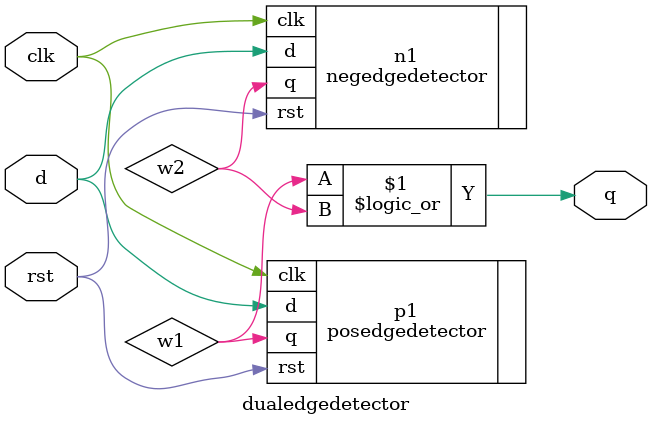
<source format=v>
module dualedgedetector(d,clk,rst,q);
		input d,clk,rst;
		output  q;
		wire w1,w2;
		assign q=w1||w2;
		posedgedetector p1 (.d(d),.clk(clk),.rst(rst),.q(w1));
		negedgedetector n1 (.d(d),.clk(clk),.rst(rst),.q(w2));
endmodule
</source>
